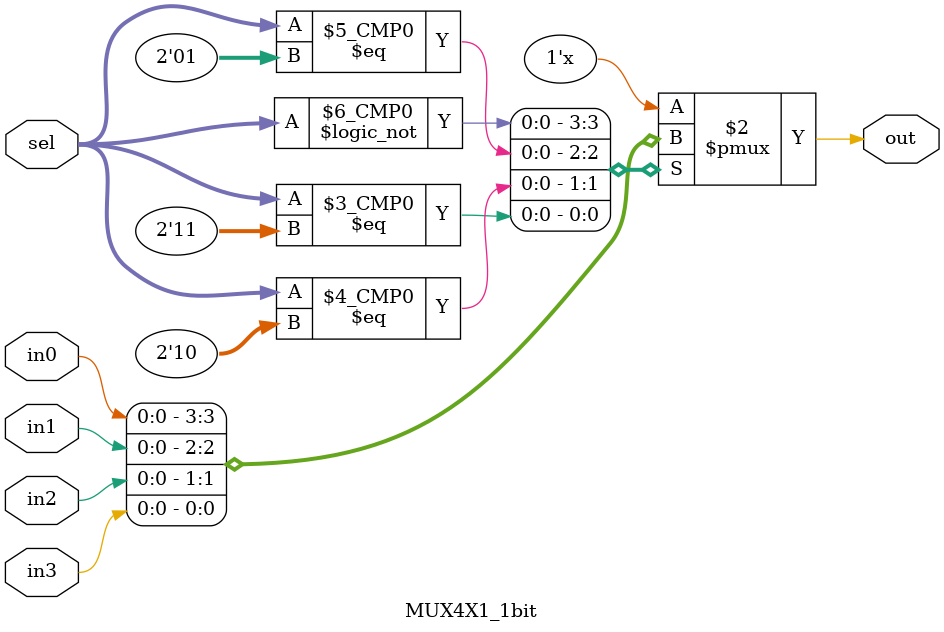
<source format=v>
module MUX4X1_1bit (
    input [1:0] sel,        // Sinal de seleção de 2 bits (00, 01, 10, 11)
    input in0,             // Entrada 0 (1 bit)
    input in1,             // Entrada 1 (1 bit)
    input in2,             // Entrada 2 (1 bit)
    input in3,             // Entrada 3 (1 bit)
    output reg out        // Saída (1 bit)
);

    always @(*) begin
        case (sel)
            2'b00: out = in0;
            2'b01: out = in1;
            2'b10: out = in2;
            2'b11: out = in3;
            default: out = 1'b0;  // Valor 'x' para caso default (opcional)
        endcase
    end

endmodule
</source>
